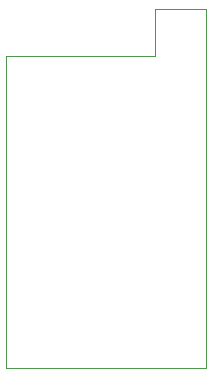
<source format=gm1>
G04 #@! TF.FileFunction,Profile,NP*
%FSLAX46Y46*%
G04 Gerber Fmt 4.6, Leading zero omitted, Abs format (unit mm)*
G04 Created by KiCad (PCBNEW (2015-10-21 BZR 6273, Git ad10218)-product) date Sat 24 Oct 2015 11:21:38 PM CEST*
%MOMM*%
G01*
G04 APERTURE LIST*
%ADD10C,0.100000*%
G04 APERTURE END LIST*
D10*
X188900000Y-24100000D02*
X193250000Y-24100000D01*
X188900000Y-28050000D02*
X188900000Y-24100000D01*
X193250000Y-54500000D02*
X176250000Y-54500000D01*
X193250000Y-24100000D02*
X193250000Y-54500000D01*
X176250000Y-28050000D02*
X188900000Y-28050000D01*
X176250000Y-54500000D02*
X176250000Y-28050000D01*
M02*

</source>
